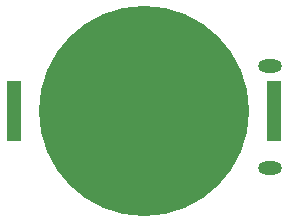
<source format=gbs>
%TF.GenerationSoftware,KiCad,Pcbnew,8.0.3*%
%TF.CreationDate,2025-02-27T13:02:28-06:00*%
%TF.ProjectId,HearingAid_Left,48656172-696e-4674-9169-645f4c656674,rev?*%
%TF.SameCoordinates,Original*%
%TF.FileFunction,Soldermask,Bot*%
%TF.FilePolarity,Negative*%
%FSLAX46Y46*%
G04 Gerber Fmt 4.6, Leading zero omitted, Abs format (unit mm)*
G04 Created by KiCad (PCBNEW 8.0.3) date 2025-02-27 13:02:28*
%MOMM*%
%LPD*%
G01*
G04 APERTURE LIST*
%ADD10O,2.004000X1.104000*%
%ADD11R,1.270000X5.080000*%
%ADD12C,17.800000*%
G04 APERTURE END LIST*
D10*
%TO.C,J1*%
X112570000Y-40300000D03*
X112570000Y-31660000D03*
%TD*%
D11*
%TO.C,BT2*%
X112915000Y-35440000D03*
X90945000Y-35440000D03*
D12*
X101930000Y-35440000D03*
%TD*%
M02*

</source>
